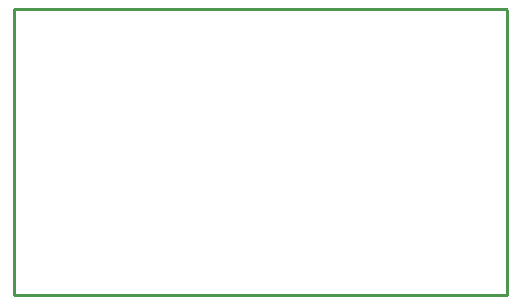
<source format=gko>
%FSLAX23Y23*%
%MOIN*%
G70*
G01*
G75*
G04 Layer_Color=16711935*
%ADD10R,0.118X0.059*%
%ADD11R,0.118X0.039*%
%ADD12R,0.024X0.020*%
%ADD13C,0.010*%
%ADD14C,0.060*%
%ADD15C,0.236*%
%ADD16C,0.039*%
%ADD17C,0.005*%
%ADD18C,0.059*%
%ADD19R,0.126X0.067*%
%ADD20R,0.126X0.047*%
%ADD21R,0.032X0.028*%
%ADD22C,0.068*%
D13*
X1640Y955D02*
X1645Y950D01*
Y0D02*
Y950D01*
X0Y955D02*
X1640D01*
X0Y0D02*
X1645D01*
X0D02*
Y955D01*
M02*

</source>
